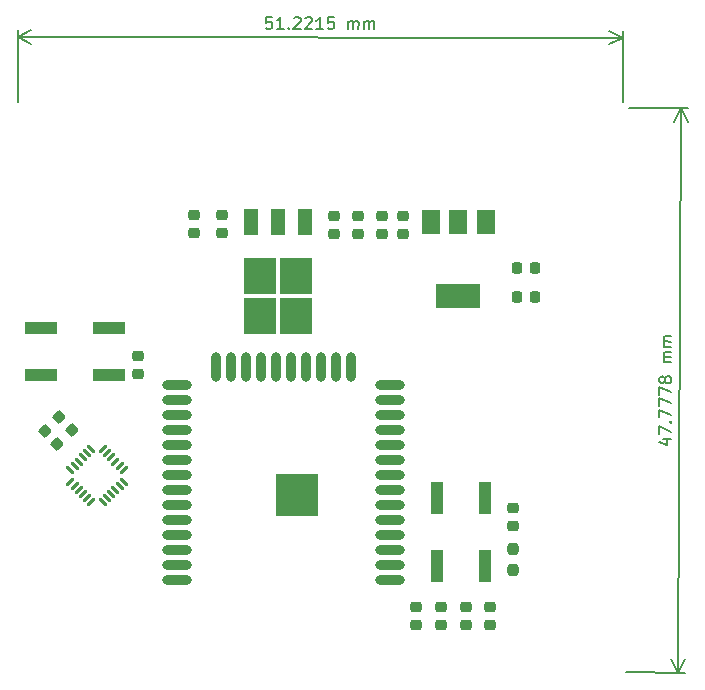
<source format=gtp>
%TF.GenerationSoftware,KiCad,Pcbnew,(6.0.8)*%
%TF.CreationDate,2022-11-27T13:06:36-05:00*%
%TF.ProjectId,miura_board,6d697572-615f-4626-9f61-72642e6b6963,rev?*%
%TF.SameCoordinates,Original*%
%TF.FileFunction,Paste,Top*%
%TF.FilePolarity,Positive*%
%FSLAX46Y46*%
G04 Gerber Fmt 4.6, Leading zero omitted, Abs format (unit mm)*
G04 Created by KiCad (PCBNEW (6.0.8)) date 2022-11-27 13:06:36*
%MOMM*%
%LPD*%
G01*
G04 APERTURE LIST*
G04 Aperture macros list*
%AMRoundRect*
0 Rectangle with rounded corners*
0 $1 Rounding radius*
0 $2 $3 $4 $5 $6 $7 $8 $9 X,Y pos of 4 corners*
0 Add a 4 corners polygon primitive as box body*
4,1,4,$2,$3,$4,$5,$6,$7,$8,$9,$2,$3,0*
0 Add four circle primitives for the rounded corners*
1,1,$1+$1,$2,$3*
1,1,$1+$1,$4,$5*
1,1,$1+$1,$6,$7*
1,1,$1+$1,$8,$9*
0 Add four rect primitives between the rounded corners*
20,1,$1+$1,$2,$3,$4,$5,0*
20,1,$1+$1,$4,$5,$6,$7,0*
20,1,$1+$1,$6,$7,$8,$9,0*
20,1,$1+$1,$8,$9,$2,$3,0*%
G04 Aperture macros list end*
%ADD10C,0.150000*%
%ADD11RoundRect,0.225000X0.250000X-0.225000X0.250000X0.225000X-0.250000X0.225000X-0.250000X-0.225000X0*%
%ADD12RoundRect,0.225000X-0.250000X0.225000X-0.250000X-0.225000X0.250000X-0.225000X0.250000X0.225000X0*%
%ADD13R,3.556000X3.556000*%
%ADD14O,2.500000X0.900000*%
%ADD15O,0.900000X2.500000*%
%ADD16R,1.000000X2.750000*%
%ADD17RoundRect,0.225000X-0.225000X-0.250000X0.225000X-0.250000X0.225000X0.250000X-0.225000X0.250000X0*%
%ADD18RoundRect,0.225000X0.335876X0.017678X0.017678X0.335876X-0.335876X-0.017678X-0.017678X-0.335876X0*%
%ADD19RoundRect,0.237500X0.237500X-0.250000X0.237500X0.250000X-0.237500X0.250000X-0.237500X-0.250000X0*%
%ADD20RoundRect,0.075000X0.194454X0.300520X-0.300520X-0.194454X-0.194454X-0.300520X0.300520X0.194454X0*%
%ADD21RoundRect,0.075000X-0.300520X0.194454X0.194454X-0.300520X0.300520X-0.194454X-0.194454X0.300520X0*%
%ADD22R,2.750000X1.000000*%
%ADD23R,1.500000X2.000000*%
%ADD24R,3.800000X2.000000*%
%ADD25R,2.750000X3.050000*%
%ADD26R,1.200000X2.200000*%
G04 APERTURE END LIST*
D10*
X83001677Y-29072980D02*
X82525487Y-29072506D01*
X82477393Y-29548648D01*
X82525060Y-29501077D01*
X82620345Y-29453553D01*
X82858440Y-29453790D01*
X82953631Y-29501504D01*
X83001203Y-29549170D01*
X83048727Y-29644456D01*
X83048489Y-29882551D01*
X83000775Y-29977742D01*
X82953109Y-30025313D01*
X82857824Y-30072837D01*
X82619728Y-30072600D01*
X82524538Y-30024886D01*
X82476966Y-29977220D01*
X84000680Y-30073976D02*
X83429252Y-30073407D01*
X83714966Y-30073692D02*
X83715963Y-29073692D01*
X83620582Y-29216454D01*
X83525249Y-29311597D01*
X83429964Y-29359121D01*
X84429346Y-29979165D02*
X84476918Y-30026832D01*
X84429251Y-30074403D01*
X84381680Y-30026737D01*
X84429346Y-29979165D01*
X84429251Y-30074403D01*
X84858724Y-29170069D02*
X84906391Y-29122498D01*
X85001676Y-29074974D01*
X85239771Y-29075211D01*
X85334962Y-29122925D01*
X85382534Y-29170591D01*
X85430058Y-29265877D01*
X85429963Y-29361115D01*
X85382201Y-29503924D01*
X84810203Y-30074783D01*
X85429251Y-30075400D01*
X85811105Y-29171018D02*
X85858771Y-29123447D01*
X85954057Y-29075923D01*
X86192152Y-29076160D01*
X86287342Y-29123874D01*
X86334914Y-29171540D01*
X86382438Y-29266826D01*
X86382343Y-29362064D01*
X86334582Y-29504874D01*
X85762584Y-30075732D01*
X86381631Y-30076349D01*
X87334012Y-30077299D02*
X86762583Y-30076729D01*
X87048298Y-30077014D02*
X87049294Y-29077014D01*
X86953914Y-29219776D01*
X86858581Y-29314920D01*
X86763295Y-29362444D01*
X88239770Y-29078201D02*
X87763580Y-29077726D01*
X87715486Y-29553869D01*
X87763152Y-29506297D01*
X87858438Y-29458773D01*
X88096533Y-29459011D01*
X88191724Y-29506725D01*
X88239295Y-29554391D01*
X88286819Y-29649677D01*
X88286582Y-29887772D01*
X88238868Y-29982962D01*
X88191202Y-30030534D01*
X88095916Y-30078058D01*
X87857821Y-30077821D01*
X87762630Y-30030107D01*
X87715059Y-29982440D01*
X89476868Y-30079434D02*
X89477532Y-29412768D01*
X89477437Y-29508006D02*
X89525104Y-29460434D01*
X89620389Y-29412910D01*
X89763246Y-29413053D01*
X89858437Y-29460767D01*
X89905961Y-29556052D01*
X89905439Y-30079861D01*
X89905961Y-29556052D02*
X89953675Y-29460861D01*
X90048961Y-29413337D01*
X90191818Y-29413480D01*
X90287008Y-29461194D01*
X90334532Y-29556479D01*
X90334010Y-30080288D01*
X90810201Y-30080763D02*
X90810865Y-29414097D01*
X90810770Y-29509335D02*
X90858437Y-29461763D01*
X90953722Y-29414239D01*
X91096579Y-29414381D01*
X91191770Y-29462095D01*
X91239294Y-29557381D01*
X91238772Y-30081190D01*
X91239294Y-29557381D02*
X91287008Y-29462190D01*
X91382293Y-29414666D01*
X91525150Y-29414809D01*
X91620341Y-29462523D01*
X91667865Y-29557808D01*
X91667343Y-30081617D01*
X61478983Y-36248949D02*
X61485049Y-30162735D01*
X112700498Y-36300000D02*
X112706564Y-30213786D01*
X61484465Y-30749155D02*
X112705980Y-30800206D01*
X61484465Y-30749155D02*
X112705980Y-30800206D01*
X61484465Y-30749155D02*
X62610384Y-31336698D01*
X61484465Y-30749155D02*
X62611553Y-30163857D01*
X112705980Y-30800206D02*
X111580061Y-30212663D01*
X112705980Y-30800206D02*
X111578892Y-31385504D01*
X116127431Y-64821644D02*
X116794091Y-64824768D01*
X115745368Y-65057952D02*
X116458530Y-65299391D01*
X116461430Y-64680350D01*
X115796110Y-64391516D02*
X115799233Y-63724856D01*
X116797214Y-64158108D01*
X116705770Y-63348147D02*
X116753612Y-63300752D01*
X116801007Y-63348593D01*
X116753166Y-63395989D01*
X116705770Y-63348147D01*
X116801007Y-63348593D01*
X115802803Y-62962960D02*
X115805927Y-62296301D01*
X116803908Y-62729553D01*
X115807265Y-62010589D02*
X115810389Y-61343930D01*
X116808370Y-61777182D01*
X115811728Y-61058219D02*
X115814851Y-60391560D01*
X116812832Y-60824812D01*
X116245872Y-59869764D02*
X116197807Y-59964778D01*
X116149966Y-60012173D01*
X116054506Y-60059345D01*
X116006887Y-60059122D01*
X115911873Y-60011058D01*
X115864478Y-59963216D01*
X115817305Y-59867756D01*
X115818198Y-59677282D01*
X115866263Y-59582268D01*
X115914104Y-59534872D01*
X116009564Y-59487700D01*
X116057183Y-59487923D01*
X116152197Y-59535988D01*
X116199592Y-59583830D01*
X116246765Y-59679290D01*
X116245872Y-59869764D01*
X116293044Y-59965224D01*
X116340440Y-60013066D01*
X116435454Y-60061130D01*
X116625928Y-60062023D01*
X116721388Y-60014850D01*
X116769230Y-59967455D01*
X116817294Y-59872441D01*
X116818187Y-59681967D01*
X116771015Y-59586507D01*
X116723619Y-59538665D01*
X116628605Y-59490600D01*
X116438131Y-59489708D01*
X116342671Y-59536880D01*
X116294829Y-59584276D01*
X116246765Y-59679290D01*
X116824657Y-58301030D02*
X116157998Y-58297906D01*
X116253235Y-58298352D02*
X116205839Y-58250511D01*
X116158667Y-58155051D01*
X116159336Y-58012195D01*
X116207401Y-57917181D01*
X116302861Y-57870009D01*
X116826665Y-57872463D01*
X116302861Y-57870009D02*
X116207847Y-57821944D01*
X116160675Y-57726484D01*
X116161344Y-57583628D01*
X116209409Y-57488614D01*
X116304869Y-57441442D01*
X116828673Y-57443896D01*
X116830904Y-56967711D02*
X116164245Y-56964588D01*
X116259482Y-56965034D02*
X116212087Y-56917192D01*
X116164914Y-56821732D01*
X116165584Y-56678876D01*
X116213648Y-56583862D01*
X116309108Y-56536690D01*
X116832912Y-56539144D01*
X116309108Y-56536690D02*
X116214095Y-56488625D01*
X116166922Y-56393165D01*
X116167592Y-56250310D01*
X116215656Y-56155296D01*
X116311116Y-56108123D01*
X116834920Y-56110578D01*
X113245352Y-36776056D02*
X118209456Y-36799315D01*
X113021495Y-84553373D02*
X117985599Y-84576632D01*
X117623041Y-36796567D02*
X117399184Y-84573884D01*
X117623041Y-36796567D02*
X117399184Y-84573884D01*
X117623041Y-36796567D02*
X117031349Y-37920311D01*
X117623041Y-36796567D02*
X118204177Y-37925806D01*
X117399184Y-84573884D02*
X117990876Y-83450140D01*
X117399184Y-84573884D02*
X116818048Y-83444645D01*
D11*
%TO.C,C7*%
X103400000Y-70625000D03*
X103400000Y-72175000D03*
%TD*%
D12*
%TO.C,C1*%
X92300000Y-45900000D03*
X92300000Y-47450000D03*
%TD*%
%TO.C,C4*%
X94100000Y-45875000D03*
X94100000Y-47425000D03*
%TD*%
D13*
%TO.C,U1*%
X85100000Y-69500000D03*
D14*
X75000000Y-76700000D03*
X75000000Y-75430000D03*
X75000000Y-74160000D03*
X75000000Y-72890000D03*
X75000000Y-71620000D03*
X75000000Y-70350000D03*
X75000000Y-69080000D03*
X75000000Y-67810000D03*
X75000000Y-66540000D03*
X75000000Y-65270000D03*
X75000000Y-64000000D03*
X75000000Y-62730000D03*
X75000000Y-61460000D03*
X75000000Y-60190000D03*
D15*
X78285000Y-58700000D03*
X79555000Y-58700000D03*
X80825000Y-58700000D03*
X82095000Y-58700000D03*
X83365000Y-58700000D03*
X84635000Y-58700000D03*
X85905000Y-58700000D03*
X87175000Y-58700000D03*
X88445000Y-58700000D03*
X89715000Y-58700000D03*
D14*
X93000000Y-60190000D03*
X93000000Y-61460000D03*
X93000000Y-62730000D03*
X93000000Y-64000000D03*
X93000000Y-65270000D03*
X93000000Y-66540000D03*
X93000000Y-67810000D03*
X93000000Y-69080000D03*
X93000000Y-70350000D03*
X93000000Y-71620000D03*
X93000000Y-72890000D03*
X93000000Y-74160000D03*
X93000000Y-75430000D03*
X93000000Y-76700000D03*
%TD*%
D11*
%TO.C,C14*%
X71700000Y-59275000D03*
X71700000Y-57725000D03*
%TD*%
D12*
%TO.C,C11*%
X99400000Y-79025000D03*
X99400000Y-80575000D03*
%TD*%
D16*
%TO.C,SW1*%
X97020000Y-69820000D03*
X97020000Y-75580000D03*
X101020000Y-75580000D03*
X101020000Y-69820000D03*
%TD*%
D12*
%TO.C,C3*%
X88300000Y-45875000D03*
X88300000Y-47425000D03*
%TD*%
D17*
%TO.C,C8*%
X103750000Y-50350000D03*
X105300000Y-50350000D03*
%TD*%
D12*
%TO.C,C6*%
X76400000Y-47375000D03*
X76400000Y-45825000D03*
%TD*%
D18*
%TO.C,C15*%
X64951992Y-62951992D03*
X66048008Y-64048008D03*
%TD*%
D12*
%TO.C,C5*%
X78800000Y-47375000D03*
X78800000Y-45825000D03*
%TD*%
%TO.C,C10*%
X101500000Y-79025000D03*
X101500000Y-80575000D03*
%TD*%
D19*
%TO.C,R1*%
X103400000Y-75912500D03*
X103400000Y-74087500D03*
%TD*%
D20*
%TO.C,U6*%
X70462742Y-67405025D03*
X70109188Y-67051472D03*
X69755635Y-66697918D03*
X69402082Y-66344365D03*
X69048528Y-65990812D03*
X68694975Y-65637258D03*
D21*
X67705025Y-65637258D03*
X67351472Y-65990812D03*
X66997918Y-66344365D03*
X66644365Y-66697918D03*
X66290812Y-67051472D03*
X65937258Y-67405025D03*
D20*
X65937258Y-68394975D03*
X66290812Y-68748528D03*
X66644365Y-69102082D03*
X66997918Y-69455635D03*
X67351472Y-69809188D03*
X67705025Y-70162742D03*
D21*
X68694975Y-70162742D03*
X69048528Y-69809188D03*
X69402082Y-69455635D03*
X69755635Y-69102082D03*
X70109188Y-68748528D03*
X70462742Y-68394975D03*
%TD*%
D22*
%TO.C,SW2*%
X69180000Y-55400000D03*
X63420000Y-55400000D03*
X63420000Y-59400000D03*
X69180000Y-59400000D03*
%TD*%
D12*
%TO.C,C12*%
X97300000Y-79025000D03*
X97300000Y-80575000D03*
%TD*%
D23*
%TO.C,U5*%
X101100000Y-46400000D03*
X98800000Y-46400000D03*
D24*
X98800000Y-52700000D03*
D23*
X96500000Y-46400000D03*
%TD*%
D17*
%TO.C,C9*%
X103750000Y-52750000D03*
X105300000Y-52750000D03*
%TD*%
D12*
%TO.C,C2*%
X90300000Y-45875000D03*
X90300000Y-47425000D03*
%TD*%
D25*
%TO.C,U7*%
X81975000Y-51025000D03*
X85025000Y-51025000D03*
X85025000Y-54375000D03*
X81975000Y-54375000D03*
D26*
X85780000Y-46400000D03*
X83500000Y-46400000D03*
X81220000Y-46400000D03*
%TD*%
D18*
%TO.C,C16*%
X63751992Y-64151992D03*
X64848008Y-65248008D03*
%TD*%
D12*
%TO.C,C13*%
X95200000Y-79025000D03*
X95200000Y-80575000D03*
%TD*%
M02*

</source>
